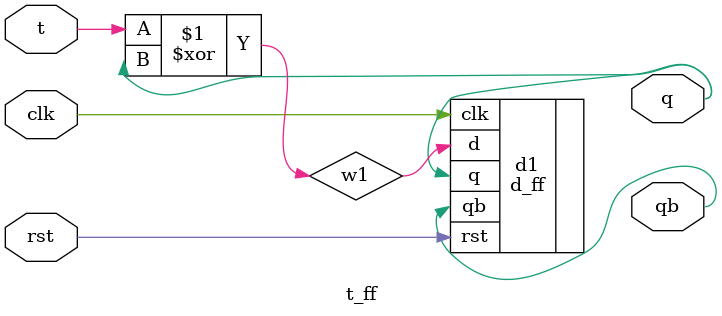
<source format=v>
module t_ff(input t, rst, clk, output q, qb);

wire w1;

d_ff d1(.d(w1), .rst(rst), .clk(clk), .q(q), .qb(qb) );
xor xor1(w1,t,q);

endmodule 
</source>
